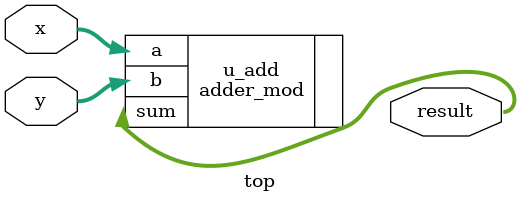
<source format=v>

module top(
  input wire [7:0] x,
  input wire [7:0] y,
  output wire [7:0] result
);

  // Try to instantiate adder_mod from test_multifile_a.v
  adder_mod u_add(
    .a(x),
    .b(y),
    .sum(result)
  );

endmodule

</source>
